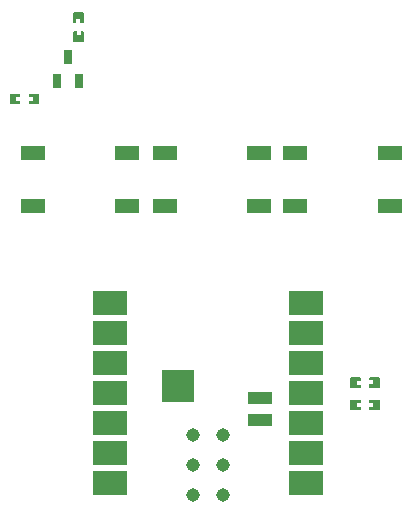
<source format=gtp>
G04 Layer: TopPasteMaskLayer*
G04 EasyEDA v6.5.54, 2026-02-22 20:23:12*
G04 9385dd4def6c4638857af645287b29d8,b016eb778fe0479d964383eb0b581ccc,10*
G04 Gerber Generator version 0.2*
G04 Scale: 100 percent, Rotated: No, Reflected: No *
G04 Dimensions in millimeters *
G04 leading zeros omitted , absolute positions ,4 integer and 5 decimal *
%FSLAX45Y45*%
%MOMM*%

%ADD10R,0.7000X1.2500*%
%ADD11R,2.0000X1.2000*%
%ADD12R,2.8000X2.8000*%
%ADD13R,2.0000X1.0000*%
%ADD14R,3.0000X2.0000*%
%ADD15C,1.1430*%
%ADD16C,0.0190*%

%LPD*%
G36*
X8634120Y9192310D02*
G01*
X8629091Y9187281D01*
X8629091Y9107322D01*
X8634120Y9102293D01*
X8656878Y9102293D01*
X8656878Y9139326D01*
X8689898Y9139326D01*
X8689898Y9102293D01*
X8714079Y9102293D01*
X8719108Y9107322D01*
X8719108Y9187281D01*
X8714079Y9192310D01*
G37*
G36*
X8634120Y9033306D02*
G01*
X8629091Y9028277D01*
X8629091Y8948318D01*
X8634120Y8943289D01*
X8714079Y8943289D01*
X8719108Y8948318D01*
X8719108Y9028277D01*
X8714079Y9033306D01*
X8691321Y9033306D01*
X8691321Y8996273D01*
X8658301Y8996273D01*
X8658301Y9033306D01*
G37*
G36*
X8256422Y8503208D02*
G01*
X8251393Y8498179D01*
X8251393Y8475421D01*
X8288375Y8475421D01*
X8288375Y8442401D01*
X8251393Y8442401D01*
X8251393Y8418220D01*
X8256422Y8413191D01*
X8336381Y8413191D01*
X8341410Y8418220D01*
X8341410Y8498179D01*
X8336381Y8503208D01*
G37*
G36*
X8097418Y8503208D02*
G01*
X8092389Y8498179D01*
X8092389Y8418220D01*
X8097418Y8413191D01*
X8177377Y8413191D01*
X8182406Y8418220D01*
X8182406Y8440978D01*
X8145424Y8440978D01*
X8145424Y8473998D01*
X8182406Y8473998D01*
X8182406Y8498179D01*
X8177377Y8503208D01*
G37*
G36*
X10980318Y5912408D02*
G01*
X10975289Y5907379D01*
X10975289Y5827420D01*
X10980318Y5822391D01*
X11060277Y5822391D01*
X11065306Y5827420D01*
X11065306Y5850178D01*
X11028324Y5850178D01*
X11028324Y5883198D01*
X11065306Y5883198D01*
X11065306Y5907379D01*
X11060277Y5912408D01*
G37*
G36*
X11139322Y5912408D02*
G01*
X11134293Y5907379D01*
X11134293Y5884621D01*
X11171275Y5884621D01*
X11171275Y5851601D01*
X11134293Y5851601D01*
X11134293Y5827420D01*
X11139322Y5822391D01*
X11219281Y5822391D01*
X11224310Y5827420D01*
X11224310Y5907379D01*
X11219281Y5912408D01*
G37*
G36*
X10980318Y6102908D02*
G01*
X10975289Y6097879D01*
X10975289Y6017920D01*
X10980318Y6012891D01*
X11060277Y6012891D01*
X11065306Y6017920D01*
X11065306Y6040678D01*
X11028324Y6040678D01*
X11028324Y6073698D01*
X11065306Y6073698D01*
X11065306Y6097879D01*
X11060277Y6102908D01*
G37*
G36*
X11139322Y6102908D02*
G01*
X11134293Y6097879D01*
X11134293Y6075121D01*
X11171275Y6075121D01*
X11171275Y6042101D01*
X11134293Y6042101D01*
X11134293Y6017920D01*
X11139322Y6012891D01*
X11219281Y6012891D01*
X11224310Y6017920D01*
X11224310Y6097879D01*
X11219281Y6102908D01*
G37*
D10*
G01*
X8490204Y8612200D03*
G01*
X8680195Y8612200D03*
G01*
X8585200Y8812199D03*
D11*
G01*
X8286800Y8004987D03*
G01*
X8286800Y7555001D03*
G01*
X9086799Y7555001D03*
G01*
X9086799Y8004987D03*
G01*
X9404400Y8004987D03*
G01*
X9404400Y7555001D03*
G01*
X10204399Y7555001D03*
G01*
X10204399Y8004987D03*
G01*
X10509300Y8004987D03*
G01*
X10509300Y7555001D03*
G01*
X11309299Y7555001D03*
G01*
X11309299Y8004987D03*
D12*
G01*
X9518904Y6032500D03*
D13*
G01*
X10213390Y5740425D03*
G01*
X10213390Y5930900D03*
D14*
G01*
X10598886Y5207000D03*
G01*
X10598886Y5461000D03*
G01*
X10598886Y5715000D03*
G01*
X10598886Y5969000D03*
G01*
X10598886Y6223000D03*
G01*
X10598886Y6477000D03*
G01*
X10598886Y6731000D03*
G01*
X8938895Y6731000D03*
G01*
X8938895Y6477000D03*
G01*
X8938895Y6223000D03*
G01*
X8938895Y5969000D03*
G01*
X8938895Y5715000D03*
G01*
X8938895Y5461000D03*
G01*
X8938895Y5207000D03*
D15*
G01*
X9641916Y5105400D03*
G01*
X9641916Y5359400D03*
G01*
X9895916Y5359400D03*
G01*
X9895916Y5105400D03*
G01*
X9895890Y5613400D03*
G01*
X9641890Y5613400D03*
M02*

</source>
